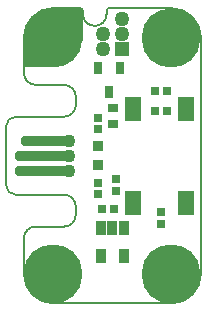
<source format=gts>
G04*
G04 #@! TF.GenerationSoftware,Altium Limited,Altium Designer,22.4.2 (48)*
G04*
G04 Layer_Color=8388736*
%FSAX26Y26*%
%MOIN*%
G70*
G04*
G04 #@! TF.SameCoordinates,7339E0FC-21CB-4CED-BD79-60AD5129B2FD*
G04*
G04*
G04 #@! TF.FilePolarity,Negative*
G04*
G01*
G75*
%ADD12C,0.007874*%
G04:AMPARAMS|DCode=27|XSize=35.433mil|YSize=188.976mil|CornerRadius=13.819mil|HoleSize=0mil|Usage=FLASHONLY|Rotation=90.000|XOffset=0mil|YOffset=0mil|HoleType=Round|Shape=RoundedRectangle|*
%AMROUNDEDRECTD27*
21,1,0.035433,0.161339,0,0,90.0*
21,1,0.007795,0.188976,0,0,90.0*
1,1,0.027638,0.080669,0.003898*
1,1,0.027638,0.080669,-0.003898*
1,1,0.027638,-0.080669,-0.003898*
1,1,0.027638,-0.080669,0.003898*
%
%ADD27ROUNDEDRECTD27*%
G04:AMPARAMS|DCode=28|XSize=35.433mil|YSize=169.291mil|CornerRadius=13.819mil|HoleSize=0mil|Usage=FLASHONLY|Rotation=90.000|XOffset=0mil|YOffset=0mil|HoleType=Round|Shape=RoundedRectangle|*
%AMROUNDEDRECTD28*
21,1,0.035433,0.141654,0,0,90.0*
21,1,0.007795,0.169291,0,0,90.0*
1,1,0.027638,0.070827,0.003898*
1,1,0.027638,0.070827,-0.003898*
1,1,0.027638,-0.070827,-0.003898*
1,1,0.027638,-0.070827,0.003898*
%
%ADD28ROUNDEDRECTD28*%
%ADD29R,0.029528X0.041339*%
%ADD30R,0.037402X0.029528*%
%ADD31R,0.025591X0.027559*%
%ADD32R,0.031496X0.027559*%
%ADD33R,0.025591X0.027559*%
%ADD34R,0.027559X0.025591*%
%ADD35R,0.027559X0.025591*%
%ADD36R,0.033465X0.045276*%
%ADD37R,0.037402X0.037402*%
%ADD38R,0.057087X0.080709*%
%ADD39C,0.043307*%
%ADD40C,0.005906*%
%ADD41C,0.196850*%
%ADD42R,0.049606X0.049606*%
%ADD43C,0.049606*%
G36*
X-00109305Y00492709D02*
X-00108384Y00492600D01*
X-00107474Y00492419D01*
X-00106580Y00492167D01*
X-00105709Y00491846D01*
X-00104867Y00491458D01*
X-00104057Y00491004D01*
X-00103285Y00490488D01*
X-00102556Y00489914D01*
X-00101875Y00489284D01*
X-00101245Y00488602D01*
X-00100670Y00487873D01*
X-00100154Y00487102D01*
X-00099701Y00486292D01*
X-00099312Y00485449D01*
X-00098991Y00484578D01*
X-00098739Y00483685D01*
X-00098558Y00482775D01*
X-00098449Y00481853D01*
X-00098413Y00480926D01*
X-00098413Y00389765D01*
X-00098449Y00388838D01*
X-00098558Y00387916D01*
X-00098739Y00387006D01*
X-00098991Y00386113D01*
X-00099152Y00385677D01*
X-00099312Y00385242D01*
X-00099507Y00384821D01*
X-00099701Y00384399D01*
X-00099864Y00384108D01*
X-00100154Y00383589D01*
X-00100670Y00382818D01*
X-00101245Y00382089D01*
X-00101547Y00381762D01*
X-00101875Y00381407D01*
X-00101876Y00381406D01*
X-00184552Y00298730D01*
X-00185233Y00298100D01*
X-00185962Y00297526D01*
X-00186734Y00297010D01*
X-00187544Y00296557D01*
X-00188386Y00296168D01*
X-00189257Y00295847D01*
X-00190150Y00295595D01*
X-00191061Y00295414D01*
X-00191982Y00295305D01*
X-00192910Y00295268D01*
X-00284070Y00295268D01*
X-00284998Y00295305D01*
X-00285919Y00295414D01*
X-00286829Y00295595D01*
X-00287723Y00295847D01*
X-00288594Y00296168D01*
X-00289436Y00296557D01*
X-00290246Y00297010D01*
X-00291018Y00297526D01*
X-00291747Y00298100D01*
X-00292428Y00298730D01*
X-00293058Y00299412D01*
X-00293633Y00300141D01*
X-00294148Y00300912D01*
X-00294602Y00301722D01*
X-00294990Y00302565D01*
X-00295312Y00303436D01*
X-00295564Y00304329D01*
X-00295745Y00305239D01*
X-00295854Y00306161D01*
X-00295890Y00307088D01*
X-00295890Y00393091D01*
X-00295890Y00393094D01*
X-00295854Y00394021D01*
X-00295745Y00394943D01*
X-00295564Y00395853D01*
X-00295312Y00396746D01*
X-00294990Y00397617D01*
X-00294602Y00398460D01*
X-00294148Y00399269D01*
X-00293633Y00400041D01*
X-00293058Y00400770D01*
X-00292428Y00401452D01*
X-00204596Y00489284D01*
X-00203914Y00489914D01*
X-00203185Y00490488D01*
X-00202414Y00491004D01*
X-00201604Y00491458D01*
X-00200761Y00491846D01*
X-00199890Y00492167D01*
X-00198997Y00492419D01*
X-00198087Y00492600D01*
X-00197165Y00492709D01*
X-00196238Y00492746D01*
X-00110233Y00492746D01*
X-00109305Y00492709D01*
X-00109305Y00492709D02*
G37*
D12*
X-00295276Y-00393701D02*
G03*
X-00196850Y-00492126I00098425J00000000D01*
G01*
X-00196850Y-00492126D02*
X00196850Y-00492126D01*
X00196850Y-00492126D02*
G03*
X00295276Y-00393701I00000000J00098425D01*
G01*
X00295293Y-00393700D02*
X00295293Y00393701D01*
X00295276Y00393701D02*
G03*
X00196850Y00492126I-00098425J00000000D01*
G01*
X-00009843Y00492126D01*
X-00009843Y00492126D02*
G03*
X-00019685Y00482284I00000000J-00009842D01*
G01*
X-00019685Y00472442D01*
X-00098425Y00472441D02*
G03*
X-00019685Y00472441I00039370J00000000D01*
G01*
X-00098425Y00472442D02*
X-00098425Y00482284D01*
X-00098425Y00482284D02*
G03*
X-00108268Y00492126I-00009842J00000000D01*
G01*
X-00196850Y00492127D01*
X-00196850Y00492126D02*
G03*
X-00295276Y00393701I00000000J-00098425D01*
G01*
X-00295276Y00393701D02*
X-00295276Y00274409D01*
X-00295276Y00275591D02*
G03*
X-00255906Y00236220I00039370J00000000D01*
G01*
X-00255906Y00236220D02*
X-00161417Y00236220D01*
X-00122047Y00196850D02*
G03*
X-00161417Y00236220I-00039370J00000000D01*
G01*
X-00122047Y00196850D02*
X-00122030Y00169291D01*
X-00161329Y00129921D02*
G03*
X-00121959Y00169291I00000000J00039370D01*
G01*
X-00161417Y00129921D02*
X-00322835Y00129921D01*
X-00322835Y00129921D02*
G03*
X-00354331Y00098425I00000000J-00031496D01*
G01*
X-00354332Y00098425D02*
X-00354332Y-00098425D01*
X-00354331Y-00098425D02*
G03*
X-00322835Y-00129921I00031496J00000000D01*
G01*
X-00322852Y-00129921D02*
X-00161417Y-00129921D01*
X-00122030Y-00169291D02*
G03*
X-00161400Y-00129921I-00039370J00000000D01*
G01*
X-00122030Y-00169291D02*
X-00122047Y-00196850D01*
X-00161417Y-00236220D02*
G03*
X-00122047Y-00196850I00000000J00039370D01*
G01*
X-00161417Y-00236220D02*
X-00255906Y-00236220D01*
X-00255906Y-00236220D02*
G03*
X-00295276Y-00275591I00000000J-00039370D01*
G01*
X-00295276Y-00274409D02*
X-00295276Y-00393701D01*
D27*
X-00232284Y-00050000D02*
D03*
X-00232284Y00000000D02*
D03*
D28*
X-00222441Y00050000D02*
D03*
D29*
X-00011811Y00212598D02*
D03*
X-00049213Y00291339D02*
D03*
X00025590Y00291339D02*
D03*
D30*
X00001181Y00105315D02*
D03*
X00001181Y00160433D02*
D03*
D31*
X00141767Y00217352D02*
D03*
X00181137Y00217352D02*
D03*
D32*
X-00047244Y-00125984D02*
D03*
X-00047244Y-00090551D02*
D03*
X-00047244Y00090551D02*
D03*
X-00047244Y00125984D02*
D03*
D33*
X-00035433Y-00177165D02*
D03*
X00003937Y-00177165D02*
D03*
X00181137Y00150423D02*
D03*
X00141767Y00150423D02*
D03*
D34*
X00011845Y-00118110D02*
D03*
X00011845Y-00078740D02*
D03*
D35*
X00163368Y-00226378D02*
D03*
X00163368Y-00187008D02*
D03*
D36*
X-00037401Y-00334646D02*
D03*
X00037402Y-00334646D02*
D03*
X00037402Y-00240157D02*
D03*
X00000000Y-00240157D02*
D03*
X-00037401Y-00240157D02*
D03*
D37*
X-00047244Y-00032480D02*
D03*
X-00047244Y00032480D02*
D03*
D38*
X00068897Y-00156496D02*
D03*
X00246063Y-00156496D02*
D03*
X00246063Y00156496D02*
D03*
X00068897Y00156496D02*
D03*
D39*
X-00145669Y-00050000D02*
D03*
X-00145669Y00000000D02*
D03*
X-00145669Y00050000D02*
D03*
D40*
X-00222441Y-00098425D02*
D03*
X-00222441Y00098425D02*
D03*
D41*
X-00196850Y-00393701D02*
D03*
X00196850Y-00393701D02*
D03*
X00196850Y00393701D02*
D03*
X-00196850Y00393701D02*
D03*
D42*
X00031496Y00354331D02*
D03*
D43*
X-00030504Y00354331D02*
D03*
X-00030504Y00404331D02*
D03*
X00031496Y00404331D02*
D03*
X00031496Y00454331D02*
D03*
M02*

</source>
